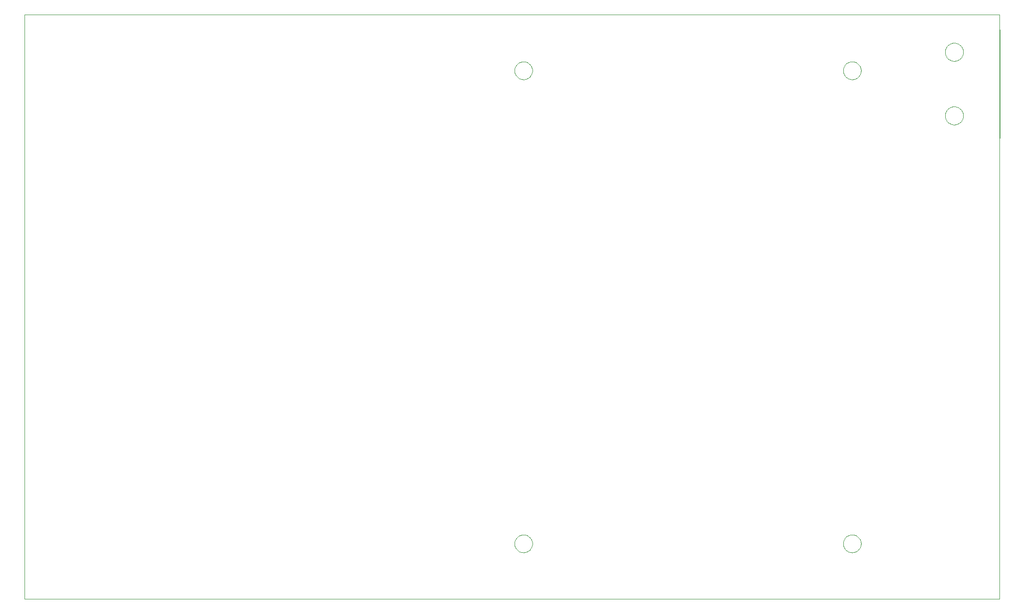
<source format=gko>
G75*
G70*
%OFA0B0*%
%FSLAX24Y24*%
%IPPOS*%
%LPD*%
%AMOC8*
5,1,8,0,0,1.08239X$1,22.5*
%
%ADD10C,0.0039*%
%ADD11C,0.0000*%
%ADD12C,0.0004*%
D10*
X012370Y005736D02*
X081268Y005736D01*
X081268Y047074D01*
X012370Y047074D01*
X012370Y005736D01*
D11*
X046989Y009661D02*
X046991Y009711D01*
X046997Y009761D01*
X047007Y009810D01*
X047021Y009858D01*
X047038Y009905D01*
X047059Y009950D01*
X047084Y009994D01*
X047112Y010035D01*
X047144Y010074D01*
X047178Y010111D01*
X047215Y010145D01*
X047255Y010175D01*
X047297Y010202D01*
X047341Y010226D01*
X047387Y010247D01*
X047434Y010263D01*
X047482Y010276D01*
X047532Y010285D01*
X047581Y010290D01*
X047632Y010291D01*
X047682Y010288D01*
X047731Y010281D01*
X047780Y010270D01*
X047828Y010255D01*
X047874Y010237D01*
X047919Y010215D01*
X047962Y010189D01*
X048003Y010160D01*
X048042Y010128D01*
X048078Y010093D01*
X048110Y010055D01*
X048140Y010015D01*
X048167Y009972D01*
X048190Y009928D01*
X048209Y009882D01*
X048225Y009834D01*
X048237Y009785D01*
X048245Y009736D01*
X048249Y009686D01*
X048249Y009636D01*
X048245Y009586D01*
X048237Y009537D01*
X048225Y009488D01*
X048209Y009440D01*
X048190Y009394D01*
X048167Y009350D01*
X048140Y009307D01*
X048110Y009267D01*
X048078Y009229D01*
X048042Y009194D01*
X048003Y009162D01*
X047962Y009133D01*
X047919Y009107D01*
X047874Y009085D01*
X047828Y009067D01*
X047780Y009052D01*
X047731Y009041D01*
X047682Y009034D01*
X047632Y009031D01*
X047581Y009032D01*
X047532Y009037D01*
X047482Y009046D01*
X047434Y009059D01*
X047387Y009075D01*
X047341Y009096D01*
X047297Y009120D01*
X047255Y009147D01*
X047215Y009177D01*
X047178Y009211D01*
X047144Y009248D01*
X047112Y009287D01*
X047084Y009328D01*
X047059Y009372D01*
X047038Y009417D01*
X047021Y009464D01*
X047007Y009512D01*
X046997Y009561D01*
X046991Y009611D01*
X046989Y009661D01*
X070217Y009661D02*
X070219Y009711D01*
X070225Y009761D01*
X070235Y009810D01*
X070249Y009858D01*
X070266Y009905D01*
X070287Y009950D01*
X070312Y009994D01*
X070340Y010035D01*
X070372Y010074D01*
X070406Y010111D01*
X070443Y010145D01*
X070483Y010175D01*
X070525Y010202D01*
X070569Y010226D01*
X070615Y010247D01*
X070662Y010263D01*
X070710Y010276D01*
X070760Y010285D01*
X070809Y010290D01*
X070860Y010291D01*
X070910Y010288D01*
X070959Y010281D01*
X071008Y010270D01*
X071056Y010255D01*
X071102Y010237D01*
X071147Y010215D01*
X071190Y010189D01*
X071231Y010160D01*
X071270Y010128D01*
X071306Y010093D01*
X071338Y010055D01*
X071368Y010015D01*
X071395Y009972D01*
X071418Y009928D01*
X071437Y009882D01*
X071453Y009834D01*
X071465Y009785D01*
X071473Y009736D01*
X071477Y009686D01*
X071477Y009636D01*
X071473Y009586D01*
X071465Y009537D01*
X071453Y009488D01*
X071437Y009440D01*
X071418Y009394D01*
X071395Y009350D01*
X071368Y009307D01*
X071338Y009267D01*
X071306Y009229D01*
X071270Y009194D01*
X071231Y009162D01*
X071190Y009133D01*
X071147Y009107D01*
X071102Y009085D01*
X071056Y009067D01*
X071008Y009052D01*
X070959Y009041D01*
X070910Y009034D01*
X070860Y009031D01*
X070809Y009032D01*
X070760Y009037D01*
X070710Y009046D01*
X070662Y009059D01*
X070615Y009075D01*
X070569Y009096D01*
X070525Y009120D01*
X070483Y009147D01*
X070443Y009177D01*
X070406Y009211D01*
X070372Y009248D01*
X070340Y009287D01*
X070312Y009328D01*
X070287Y009372D01*
X070266Y009417D01*
X070249Y009464D01*
X070235Y009512D01*
X070225Y009561D01*
X070219Y009611D01*
X070217Y009661D01*
X077419Y039936D02*
X077421Y039986D01*
X077427Y040036D01*
X077437Y040085D01*
X077450Y040134D01*
X077468Y040181D01*
X077489Y040227D01*
X077513Y040270D01*
X077541Y040312D01*
X077572Y040352D01*
X077606Y040389D01*
X077643Y040423D01*
X077683Y040454D01*
X077725Y040482D01*
X077768Y040506D01*
X077814Y040527D01*
X077861Y040545D01*
X077910Y040558D01*
X077959Y040568D01*
X078009Y040574D01*
X078059Y040576D01*
X078109Y040574D01*
X078159Y040568D01*
X078208Y040558D01*
X078257Y040545D01*
X078304Y040527D01*
X078350Y040506D01*
X078393Y040482D01*
X078435Y040454D01*
X078475Y040423D01*
X078512Y040389D01*
X078546Y040352D01*
X078577Y040312D01*
X078605Y040270D01*
X078629Y040227D01*
X078650Y040181D01*
X078668Y040134D01*
X078681Y040085D01*
X078691Y040036D01*
X078697Y039986D01*
X078699Y039936D01*
X078697Y039886D01*
X078691Y039836D01*
X078681Y039787D01*
X078668Y039738D01*
X078650Y039691D01*
X078629Y039645D01*
X078605Y039602D01*
X078577Y039560D01*
X078546Y039520D01*
X078512Y039483D01*
X078475Y039449D01*
X078435Y039418D01*
X078393Y039390D01*
X078350Y039366D01*
X078304Y039345D01*
X078257Y039327D01*
X078208Y039314D01*
X078159Y039304D01*
X078109Y039298D01*
X078059Y039296D01*
X078009Y039298D01*
X077959Y039304D01*
X077910Y039314D01*
X077861Y039327D01*
X077814Y039345D01*
X077768Y039366D01*
X077725Y039390D01*
X077683Y039418D01*
X077643Y039449D01*
X077606Y039483D01*
X077572Y039520D01*
X077541Y039560D01*
X077513Y039602D01*
X077489Y039645D01*
X077468Y039691D01*
X077450Y039738D01*
X077437Y039787D01*
X077427Y039836D01*
X077421Y039886D01*
X077419Y039936D01*
X070217Y043125D02*
X070219Y043175D01*
X070225Y043225D01*
X070235Y043274D01*
X070249Y043322D01*
X070266Y043369D01*
X070287Y043414D01*
X070312Y043458D01*
X070340Y043499D01*
X070372Y043538D01*
X070406Y043575D01*
X070443Y043609D01*
X070483Y043639D01*
X070525Y043666D01*
X070569Y043690D01*
X070615Y043711D01*
X070662Y043727D01*
X070710Y043740D01*
X070760Y043749D01*
X070809Y043754D01*
X070860Y043755D01*
X070910Y043752D01*
X070959Y043745D01*
X071008Y043734D01*
X071056Y043719D01*
X071102Y043701D01*
X071147Y043679D01*
X071190Y043653D01*
X071231Y043624D01*
X071270Y043592D01*
X071306Y043557D01*
X071338Y043519D01*
X071368Y043479D01*
X071395Y043436D01*
X071418Y043392D01*
X071437Y043346D01*
X071453Y043298D01*
X071465Y043249D01*
X071473Y043200D01*
X071477Y043150D01*
X071477Y043100D01*
X071473Y043050D01*
X071465Y043001D01*
X071453Y042952D01*
X071437Y042904D01*
X071418Y042858D01*
X071395Y042814D01*
X071368Y042771D01*
X071338Y042731D01*
X071306Y042693D01*
X071270Y042658D01*
X071231Y042626D01*
X071190Y042597D01*
X071147Y042571D01*
X071102Y042549D01*
X071056Y042531D01*
X071008Y042516D01*
X070959Y042505D01*
X070910Y042498D01*
X070860Y042495D01*
X070809Y042496D01*
X070760Y042501D01*
X070710Y042510D01*
X070662Y042523D01*
X070615Y042539D01*
X070569Y042560D01*
X070525Y042584D01*
X070483Y042611D01*
X070443Y042641D01*
X070406Y042675D01*
X070372Y042712D01*
X070340Y042751D01*
X070312Y042792D01*
X070287Y042836D01*
X070266Y042881D01*
X070249Y042928D01*
X070235Y042976D01*
X070225Y043025D01*
X070219Y043075D01*
X070217Y043125D01*
X077419Y044436D02*
X077421Y044486D01*
X077427Y044536D01*
X077437Y044585D01*
X077450Y044634D01*
X077468Y044681D01*
X077489Y044727D01*
X077513Y044770D01*
X077541Y044812D01*
X077572Y044852D01*
X077606Y044889D01*
X077643Y044923D01*
X077683Y044954D01*
X077725Y044982D01*
X077768Y045006D01*
X077814Y045027D01*
X077861Y045045D01*
X077910Y045058D01*
X077959Y045068D01*
X078009Y045074D01*
X078059Y045076D01*
X078109Y045074D01*
X078159Y045068D01*
X078208Y045058D01*
X078257Y045045D01*
X078304Y045027D01*
X078350Y045006D01*
X078393Y044982D01*
X078435Y044954D01*
X078475Y044923D01*
X078512Y044889D01*
X078546Y044852D01*
X078577Y044812D01*
X078605Y044770D01*
X078629Y044727D01*
X078650Y044681D01*
X078668Y044634D01*
X078681Y044585D01*
X078691Y044536D01*
X078697Y044486D01*
X078699Y044436D01*
X078697Y044386D01*
X078691Y044336D01*
X078681Y044287D01*
X078668Y044238D01*
X078650Y044191D01*
X078629Y044145D01*
X078605Y044102D01*
X078577Y044060D01*
X078546Y044020D01*
X078512Y043983D01*
X078475Y043949D01*
X078435Y043918D01*
X078393Y043890D01*
X078350Y043866D01*
X078304Y043845D01*
X078257Y043827D01*
X078208Y043814D01*
X078159Y043804D01*
X078109Y043798D01*
X078059Y043796D01*
X078009Y043798D01*
X077959Y043804D01*
X077910Y043814D01*
X077861Y043827D01*
X077814Y043845D01*
X077768Y043866D01*
X077725Y043890D01*
X077683Y043918D01*
X077643Y043949D01*
X077606Y043983D01*
X077572Y044020D01*
X077541Y044060D01*
X077513Y044102D01*
X077489Y044145D01*
X077468Y044191D01*
X077450Y044238D01*
X077437Y044287D01*
X077427Y044336D01*
X077421Y044386D01*
X077419Y044436D01*
X046989Y043125D02*
X046991Y043175D01*
X046997Y043225D01*
X047007Y043274D01*
X047021Y043322D01*
X047038Y043369D01*
X047059Y043414D01*
X047084Y043458D01*
X047112Y043499D01*
X047144Y043538D01*
X047178Y043575D01*
X047215Y043609D01*
X047255Y043639D01*
X047297Y043666D01*
X047341Y043690D01*
X047387Y043711D01*
X047434Y043727D01*
X047482Y043740D01*
X047532Y043749D01*
X047581Y043754D01*
X047632Y043755D01*
X047682Y043752D01*
X047731Y043745D01*
X047780Y043734D01*
X047828Y043719D01*
X047874Y043701D01*
X047919Y043679D01*
X047962Y043653D01*
X048003Y043624D01*
X048042Y043592D01*
X048078Y043557D01*
X048110Y043519D01*
X048140Y043479D01*
X048167Y043436D01*
X048190Y043392D01*
X048209Y043346D01*
X048225Y043298D01*
X048237Y043249D01*
X048245Y043200D01*
X048249Y043150D01*
X048249Y043100D01*
X048245Y043050D01*
X048237Y043001D01*
X048225Y042952D01*
X048209Y042904D01*
X048190Y042858D01*
X048167Y042814D01*
X048140Y042771D01*
X048110Y042731D01*
X048078Y042693D01*
X048042Y042658D01*
X048003Y042626D01*
X047962Y042597D01*
X047919Y042571D01*
X047874Y042549D01*
X047828Y042531D01*
X047780Y042516D01*
X047731Y042505D01*
X047682Y042498D01*
X047632Y042495D01*
X047581Y042496D01*
X047532Y042501D01*
X047482Y042510D01*
X047434Y042523D01*
X047387Y042539D01*
X047341Y042560D01*
X047297Y042584D01*
X047255Y042611D01*
X047215Y042641D01*
X047178Y042675D01*
X047144Y042712D01*
X047112Y042751D01*
X047084Y042792D01*
X047059Y042836D01*
X047038Y042881D01*
X047021Y042928D01*
X047007Y042976D01*
X046997Y043025D01*
X046991Y043075D01*
X046989Y043125D01*
D12*
X081280Y046011D02*
X081280Y038361D01*
M02*

</source>
